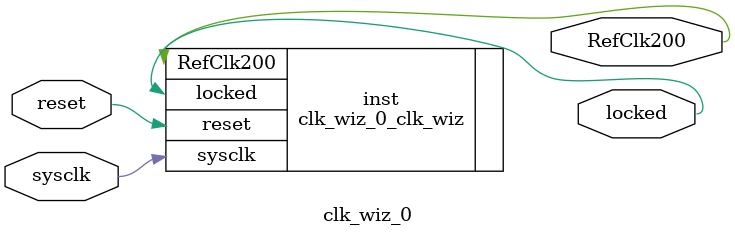
<source format=v>


`timescale 1ps/1ps

(* CORE_GENERATION_INFO = "clk_wiz_0,clk_wiz_v6_0_0_0,{component_name=clk_wiz_0,use_phase_alignment=true,use_min_o_jitter=false,use_max_i_jitter=false,use_dyn_phase_shift=false,use_inclk_switchover=false,use_dyn_reconfig=false,enable_axi=0,feedback_source=FDBK_AUTO,PRIMITIVE=PLL,num_out_clk=1,clkin1_period=8.000,clkin2_period=10.0,use_power_down=false,use_reset=true,use_locked=true,use_inclk_stopped=false,feedback_type=SINGLE,CLOCK_MGR_TYPE=NA,manual_override=false}" *)

module clk_wiz_0 
 (
  // Clock out ports
  output        RefClk200,
  // Status and control signals
  input         reset,
  output        locked,
 // Clock in ports
  input         sysclk
 );

  clk_wiz_0_clk_wiz inst
  (
  // Clock out ports  
  .RefClk200(RefClk200),
  // Status and control signals               
  .reset(reset), 
  .locked(locked),
 // Clock in ports
  .sysclk(sysclk)
  );

endmodule

</source>
